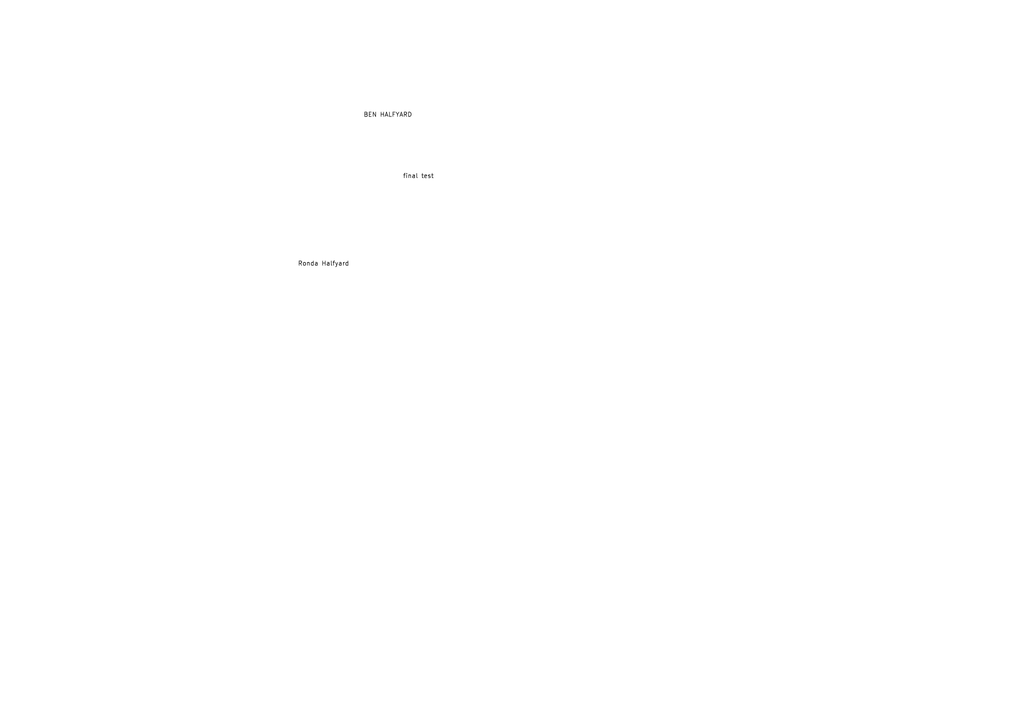
<source format=kicad_sch>
(kicad_sch
	(version 20231120)
	(generator "eeschema")
	(generator_version "8.0")
	(uuid "9a76e7ab-15de-45f4-af7c-095ff8e30ed8")
	(paper "A4")
	(lib_symbols)
	(label "BEN HALFYARD"
		(at 105.41 34.29 0)
		(fields_autoplaced yes)
		(effects
			(font
				(size 1.27 1.27)
			)
			(justify left bottom)
		)
		(uuid "76a681d4-2db5-4871-a667-eccbbbb10003")
	)
	(label "Ronda Halfyard"
		(at 86.36 77.47 0)
		(fields_autoplaced yes)
		(effects
			(font
				(size 1.27 1.27)
			)
			(justify left bottom)
		)
		(uuid "b2f0dc25-2dd3-4286-890e-7e2c5655c626")
	)
	(label "final test"
		(at 116.84 52.07 0)
		(fields_autoplaced yes)
		(effects
			(font
				(size 1.27 1.27)
			)
			(justify left bottom)
		)
		(uuid "f567bffe-85c8-4e03-8102-eeb149e72d62")
	)
	(sheet_instances
		(path "/"
			(page "1")
		)
	)
)
</source>
